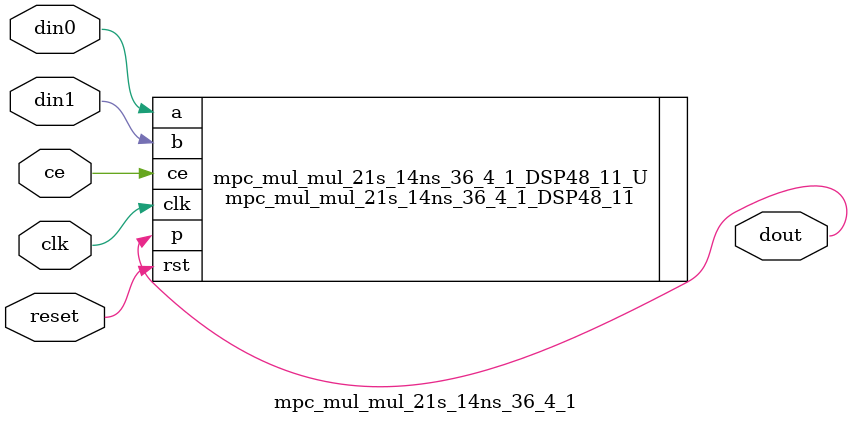
<source format=v>
module mpc_mul_mul_21s_14ns_36_4_1(
    clk,
    reset,
    ce,
    din0,
    din1,
    dout);

parameter ID = 32'd1;
parameter NUM_STAGE = 32'd1;
parameter din0_WIDTH = 32'd1;
parameter din1_WIDTH = 32'd1;
parameter dout_WIDTH = 32'd1;
input clk;
input reset;
input ce;
input[din0_WIDTH - 1:0] din0;
input[din1_WIDTH - 1:0] din1;
output[dout_WIDTH - 1:0] dout;



mpc_mul_mul_21s_14ns_36_4_1_DSP48_11 mpc_mul_mul_21s_14ns_36_4_1_DSP48_11_U(
    .clk( clk ),
    .rst( reset ),
    .ce( ce ),
    .a( din0 ),
    .b( din1 ),
    .p( dout ));

endmodule

</source>
